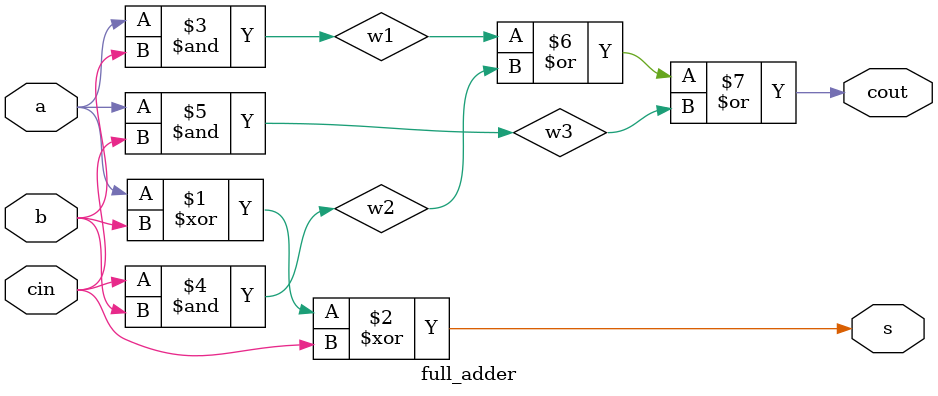
<source format=v>
`timescale 1ns / 1ps


module carry_save_adder(
input [3:0] a,
input [3:0] b,
input cin,
input [3:0] x,
output [3:0] cout,
output [4:0] sum
    );
    wire [3:0] c;
    wire [3:1] s;
    full_adder fa1(a[0],b[0],cin,sum[0],c[0]);
    full_adder fa2(a[1],b[1],cin,s[1],c[1]);
    full_adder fa3(a[2],b[2],cin,s[2],c[2]);
    full_adder fa4(a[3],b[3],cin,s[3],c[3]);
    
    
    full_adder fa5(c[0],s[1],cin,sum[1],cout[0]);
    full_adder fa6(c[1],s[2],cout[0],sum[2],cout[1]);
    full_adder fa7(c[2],s[3],cout[1],sum[3],cout[2]);
    full_adder fa8(c[3],x,cout[2],sum[4],cout[3]);
   
endmodule

module full_adder(
input a,b,cin,
    output s,cout
    );
    wire w1,w2,w3;
    xor a1(s,a,b,cin);
    and a2(w1,a,b);
     and a3(w2,cin,b);
      and a4(w3,a,cin);
      or a5(cout,w1,w2,w3);
endmodule
</source>
